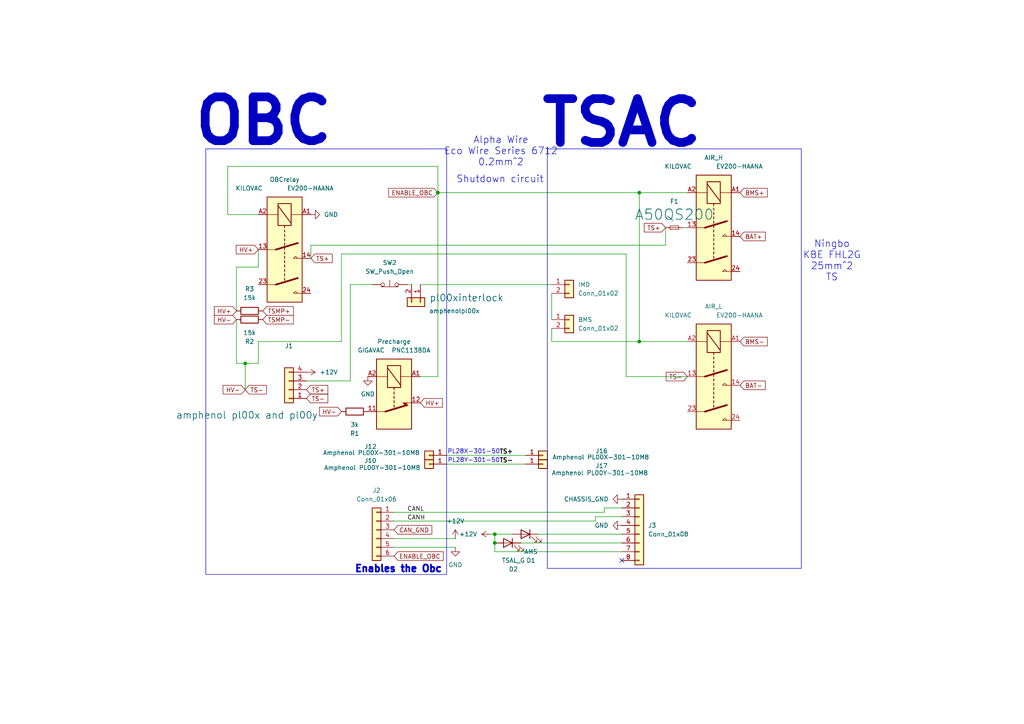
<source format=kicad_sch>
(kicad_sch (version 20250114) (generator "eeschema") (generator_version "9.0")
  (paper "A4")
  (lib_symbols
    (symbol "Connector_Generic:Conn_01x01" (pin_names (offset 1.016) (hide yes))
      (property "Reference" "J" (at 0 2.54 0))
      (property "Value" "Conn_01x01" (at 0 -2.54 0))
      (symbol "Conn_01x01_1_1"
        (rectangle (start -1.27 1.27) (end 1.27 -1.27) (stroke (width 0.254)) (fill (type background)))
        (rectangle (start -1.27 0.127) (end 0 -0.127) (stroke (width 0.1524)))
        (pin passive line (at -5.08 0 0) (length 3.81) (name "Pin_1") (number "1"))
      )
    )
    (symbol "Connector_Generic:Conn_01x02" (pin_names (offset 1.016) (hide yes))
      (property "Reference" "J" (at 0 2.54 0))
      (property "Value" "Conn_01x02" (at 0 -5.08 0))
      (symbol "Conn_01x02_1_1"
        (rectangle (start -1.27 1.27) (end 1.27 -3.81) (stroke (width 0.254)) (fill (type background)))
        (rectangle (start -1.27 0.127) (end 0 -0.127) (stroke (width 0.1524)))
        (rectangle (start -1.27 -2.413) (end 0 -2.667) (stroke (width 0.1524)))
        (pin passive line (at -5.08 0 0) (length 3.81) (name "Pin_1") (number "1"))
        (pin passive line (at -5.08 -2.54 0) (length 3.81) (name "Pin_2") (number "2"))
      )
    )
    (symbol "Connector_Generic:Conn_01x04" (pin_names (offset 1.016) (hide yes))
      (property "Reference" "J" (at 0 5.08 0))
      (property "Value" "Conn_01x04" (at 0 -7.62 0))
      (symbol "Conn_01x04_1_1"
        (rectangle (start -1.27 3.81) (end 1.27 -6.35) (stroke (width 0.254)) (fill (type background)))
        (rectangle (start -1.27 2.667) (end 0 2.413) (stroke (width 0.1524)))
        (rectangle (start -1.27 0.127) (end 0 -0.127) (stroke (width 0.1524)))
        (rectangle (start -1.27 -2.413) (end 0 -2.667) (stroke (width 0.1524)))
        (rectangle (start -1.27 -4.953) (end 0 -5.207) (stroke (width 0.1524)))
        (pin passive line (at -5.08 2.54 0) (length 3.81) (name "Pin_1") (number "1"))
        (pin passive line (at -5.08 0 0) (length 3.81) (name "Pin_2") (number "2"))
        (pin passive line (at -5.08 -2.54 0) (length 3.81) (name "Pin_3") (number "3"))
        (pin passive line (at -5.08 -5.08 0) (length 3.81) (name "Pin_4") (number "4"))
      )
    )
    (symbol "Connector_Generic:Conn_01x06" (pin_names (offset 1.016) (hide yes))
      (property "Reference" "J" (at 0 7.62 0))
      (property "Value" "Conn_01x06" (at 0 -10.16 0))
      (symbol "Conn_01x06_1_1"
        (rectangle (start -1.27 6.35) (end 1.27 -8.89) (stroke (width 0.254)) (fill (type background)))
        (rectangle (start -1.27 5.207) (end 0 4.953) (stroke (width 0.1524)))
        (rectangle (start -1.27 2.667) (end 0 2.413) (stroke (width 0.1524)))
        (rectangle (start -1.27 0.127) (end 0 -0.127) (stroke (width 0.1524)))
        (rectangle (start -1.27 -2.413) (end 0 -2.667) (stroke (width 0.1524)))
        (rectangle (start -1.27 -4.953) (end 0 -5.207) (stroke (width 0.1524)))
        (rectangle (start -1.27 -7.493) (end 0 -7.747) (stroke (width 0.1524)))
        (pin passive line (at -5.08 5.08 0) (length 3.81) (name "Pin_1") (number "1"))
        (pin passive line (at -5.08 2.54 0) (length 3.81) (name "Pin_2") (number "2"))
        (pin passive line (at -5.08 0 0) (length 3.81) (name "Pin_3") (number "3"))
        (pin passive line (at -5.08 -2.54 0) (length 3.81) (name "Pin_4") (number "4"))
        (pin passive line (at -5.08 -5.08 0) (length 3.81) (name "Pin_5") (number "5"))
        (pin passive line (at -5.08 -7.62 0) (length 3.81) (name "Pin_6") (number "6"))
      )
    )
    (symbol "Connector_Generic:Conn_01x08" (pin_names (offset 1.016) (hide yes))
      (property "Reference" "J" (at 0 10.16 0))
      (property "Value" "Conn_01x08" (at 0 -12.7 0))
      (symbol "Conn_01x08_1_1"
        (rectangle (start -1.27 8.89) (end 1.27 -11.43) (stroke (width 0.254)) (fill (type background)))
        (rectangle (start -1.27 7.747) (end 0 7.493) (stroke (width 0.1524)))
        (rectangle (start -1.27 5.207) (end 0 4.953) (stroke (width 0.1524)))
        (rectangle (start -1.27 2.667) (end 0 2.413) (stroke (width 0.1524)))
        (rectangle (start -1.27 0.127) (end 0 -0.127) (stroke (width 0.1524)))
        (rectangle (start -1.27 -2.413) (end 0 -2.667) (stroke (width 0.1524)))
        (rectangle (start -1.27 -4.953) (end 0 -5.207) (stroke (width 0.1524)))
        (rectangle (start -1.27 -7.493) (end 0 -7.747) (stroke (width 0.1524)))
        (rectangle (start -1.27 -10.033) (end 0 -10.287) (stroke (width 0.1524)))
        (pin passive line (at -5.08 7.62 0) (length 3.81) (name "Pin_1") (number "1"))
        (pin passive line (at -5.08 5.08 0) (length 3.81) (name "Pin_2") (number "2"))
        (pin passive line (at -5.08 2.54 0) (length 3.81) (name "Pin_3") (number "3"))
        (pin passive line (at -5.08 0 0) (length 3.81) (name "Pin_4") (number "4"))
        (pin passive line (at -5.08 -2.54 0) (length 3.81) (name "Pin_5") (number "5"))
        (pin passive line (at -5.08 -5.08 0) (length 3.81) (name "Pin_6") (number "6"))
        (pin passive line (at -5.08 -7.62 0) (length 3.81) (name "Pin_7") (number "7"))
        (pin passive line (at -5.08 -10.16 0) (length 3.81) (name "Pin_8") (number "8"))
      )
    )
    (symbol "Device:Fuse_Small" (pin_numbers (hide yes)) (pin_names (offset 0.254) (hide yes))
      (property "Reference" "F" (at 0 -1.524 0))
      (property "Value" "Fuse_Small" (at 0 1.524 0))
      (symbol "Fuse_Small_0_1"
        (rectangle (start -1.27 0.508) (end 1.27 -0.508))
        (polyline (pts (xy -1.27 0) (xy 1.27 0)))
      )
      (symbol "Fuse_Small_1_1"
        (pin passive line (at -2.54 0 0) (length 1.27) (name "~") (number "1"))
        (pin passive line (at 2.54 0 180) (length 1.27) (name "~") (number "2"))
      )
    )
    (symbol "Device:LED" (pin_numbers (hide yes)) (pin_names (offset 1.016) (hide yes))
      (property "Reference" "D" (at 0 2.54 0))
      (property "Value" "LED" (at 0 -2.54 0))
      (symbol "LED_0_1"
        (polyline (pts (xy -3.048 -0.762) (xy -4.572 -2.286) (xy -3.81 -2.286) (xy -4.572 -2.286) (xy -4.572 -1.524)))
        (polyline (pts (xy -1.778 -0.762) (xy -3.302 -2.286) (xy -2.54 -2.286) (xy -3.302 -2.286) (xy -3.302 -1.524)))
        (polyline (pts (xy -1.27 0) (xy 1.27 0)))
        (polyline (pts (xy -1.27 -1.27) (xy -1.27 1.27)) (stroke (width 0.254)))
        (polyline (pts (xy 1.27 -1.27) (xy 1.27 1.27) (xy -1.27 0) (xy 1.27 -1.27)) (stroke (width 0.254)))
      )
      (symbol "LED_1_1"
        (pin passive line (at -3.81 0 0) (length 2.54) (name "K") (number "1"))
        (pin passive line (at 3.81 0 180) (length 2.54) (name "A") (number "2"))
      )
    )
    (symbol "Device:R" (pin_numbers (hide yes)) (pin_names (offset 0))
      (property "Reference" "R" (at 2.032 0 90))
      (property "Value" "R" (at 0 0 90))
      (symbol "R_0_1"
        (rectangle (start -1.016 -2.54) (end 1.016 2.54) (stroke (width 0.254)))
      )
      (symbol "R_1_1"
        (pin passive line (at 0 3.81 270) (length 1.27) (name "~") (number "1"))
        (pin passive line (at 0 -3.81 90) (length 1.27) (name "~") (number "2"))
      )
    )
    (symbol "Relay:Relay_DPST-NO"
      (property "Reference" "K" (at 16.51 3.81 0))
      (property "Value" "Relay_DPST-NO" (at 16.51 1.27 0))
      (symbol "Relay_DPST-NO_0_1"
        (rectangle (start -15.24 5.08) (end 15.24 -5.08) (stroke (width 0.254)) (fill (type background)))
        (rectangle (start -13.335 1.905) (end -6.985 -1.905) (stroke (width 0.254)))
        (polyline (pts (xy -12.7 -1.905) (xy -7.62 1.905)) (stroke (width 0.254)))
        (polyline (pts (xy -10.16 5.08) (xy -10.16 1.905)))
        (polyline (pts (xy -10.16 -5.08) (xy -10.16 -1.905)))
        (polyline (pts (xy -6.985 0) (xy -6.35 0)) (stroke (width 0.254)))
        (polyline (pts (xy -5.715 0) (xy -5.08 0)) (stroke (width 0.254)))
        (polyline (pts (xy -4.445 0) (xy -3.81 0)) (stroke (width 0.254)))
        (polyline (pts (xy -3.175 0) (xy -2.54 0)) (stroke (width 0.254)))
        (polyline (pts (xy -1.905 0) (xy -1.27 0)) (stroke (width 0.254)))
        (polyline (pts (xy -0.635 0) (xy 0 0)) (stroke (width 0.254)))
        (polyline (pts (xy 0 -2.54) (xy -1.905 3.81)) (stroke (width 0.508)))
        (polyline (pts (xy 0 -2.54) (xy 0 -5.08)))
        (polyline (pts (xy 0.635 0) (xy 1.27 0)) (stroke (width 0.254)))
        (polyline (pts (xy 1.905 0) (xy 2.54 0)) (stroke (width 0.254)))
        (polyline (pts (xy 2.54 5.08) (xy 2.54 2.54) (xy 1.905 3.175) (xy 2.54 3.81)))
        (polyline (pts (xy 3.175 0) (xy 3.81 0)) (stroke (width 0.254)))
        (polyline (pts (xy 4.445 0) (xy 5.08 0)) (stroke (width 0.254)))
        (polyline (pts (xy 5.715 0) (xy 6.35 0)) (stroke (width 0.254)))
        (polyline (pts (xy 6.985 0) (xy 7.62 0)) (stroke (width 0.254)))
        (polyline (pts (xy 8.255 0) (xy 8.89 0)) (stroke (width 0.254)))
        (polyline (pts (xy 10.16 -2.54) (xy 8.255 3.81)) (stroke (width 0.508)))
        (polyline (pts (xy 10.16 -2.54) (xy 10.16 -5.08)))
        (polyline (pts (xy 12.7 5.08) (xy 12.7 2.54) (xy 12.065 3.175) (xy 12.7 3.81)))
      )
      (symbol "Relay_DPST-NO_1_1"
        (pin passive line (at -10.16 7.62 270) (length 2.54) (name "~") (number "A1"))
        (pin passive line (at -10.16 -7.62 90) (length 2.54) (name "~") (number "A2"))
        (pin passive line (at 0 -7.62 90) (length 2.54) (name "~") (number "13"))
        (pin passive line (at 2.54 7.62 270) (length 2.54) (name "~") (number "14"))
        (pin passive line (at 10.16 -7.62 90) (length 2.54) (name "~") (number "23"))
        (pin passive line (at 12.7 7.62 270) (length 2.54) (name "~") (number "24"))
      )
    )
    (symbol "Relay:Relay_SPST-NC"
      (property "Reference" "K" (at 11.43 3.81 0))
      (property "Value" "Relay_SPST-NC" (at 11.43 1.27 0))
      (symbol "Relay_SPST-NC_0_1"
        (rectangle (start -8.255 1.905) (end -1.905 -1.905) (stroke (width 0.254)))
        (polyline (pts (xy -7.62 -1.905) (xy -2.54 1.905)) (stroke (width 0.254)))
        (polyline (pts (xy -5.08 5.08) (xy -5.08 1.905)))
        (polyline (pts (xy -5.08 -5.08) (xy -5.08 -1.905)))
        (polyline (pts (xy -1.905 0) (xy -1.27 0)) (stroke (width 0.254)))
        (polyline (pts (xy -0.635 0) (xy 0 0)) (stroke (width 0.254)))
        (polyline (pts (xy 0.635 0) (xy 1.27 0)) (stroke (width 0.254)))
        (polyline (pts (xy 1.905 0) (xy 2.54 0)) (stroke (width 0.254)))
        (polyline (pts (xy 2.54 5.08) (xy 2.54 2.54) (xy 3.175 3.175) (xy 2.54 3.81)) (fill (type outline)))
        (polyline (pts (xy 3.175 0) (xy 3.81 0)) (stroke (width 0.254)))
        (polyline (pts (xy 5.08 -2.54) (xy 3.175 3.81)) (stroke (width 0.508)))
        (polyline (pts (xy 5.08 -2.54) (xy 5.08 -5.08)))
      )
      (symbol "Relay_SPST-NC_1_1"
        (rectangle (start -10.16 5.08) (end 10.16 -5.08) (stroke (width 0.254)) (fill (type background)))
        (pin passive line (at -5.08 7.62 270) (length 2.54) (name "~") (number "A1"))
        (pin passive line (at -5.08 -7.62 90) (length 2.54) (name "~") (number "A2"))
        (pin passive line (at 2.54 7.62 270) (length 2.54) (name "~") (number "12"))
        (pin passive line (at 5.08 -7.62 90) (length 2.54) (name "~") (number "11"))
      )
    )
    (symbol "Switch:SW_Push_Open" (pin_numbers (hide yes)) (pin_names (offset 1.016) (hide yes))
      (property "Reference" "SW" (at 0 2.54 0))
      (property "Value" "SW_Push_Open" (at 0 -1.905 0))
      (symbol "SW_Push_Open_0_1"
        (polyline (pts (xy -2.54 -0.635) (xy 2.54 -0.635)))
        (circle (center -2.032 0) (radius 0.508))
        (polyline (pts (xy 0 -0.635) (xy 0 1.27)))
        (circle (center 2.032 0) (radius 0.508))
        (pin passive line (at -5.08 0 0) (length 2.54) (name "A") (number "1"))
      )
      (symbol "SW_Push_Open_1_1"
        (pin passive line (at 5.08 0 180) (length 2.54) (name "B") (number "2"))
      )
    )
    (symbol "power:+12V" (power) (pin_numbers (hide yes)) (pin_names (offset 0) (hide yes))
      (property "Value" "+12V" (at 0 3.556 0))
      (symbol "+12V_0_1"
        (polyline (pts (xy -0.762 1.27) (xy 0 2.54)))
        (polyline (pts (xy 0 2.54) (xy 0.762 1.27)))
        (polyline (pts (xy 0 0) (xy 0 2.54)))
      )
      (symbol "+12V_1_1"
        (pin power_in line (at 0 0 90) (length 0) (name "~") (number "1"))
      )
    )
    (symbol "power:GND" (power) (pin_numbers (hide yes)) (pin_names (offset 0) (hide yes))
      (property "Value" "GND" (at 0 -3.81 0))
      (symbol "GND_0_1"
        (polyline (pts (xy 0 0) (xy 0 -1.27) (xy 1.27 -1.27) (xy 0 -2.54) (xy -1.27 -1.27) (xy 0 -1.27)))
      )
      (symbol "GND_1_1"
        (pin power_in line (at 0 0 270) (length 0) (name "~") (number "1"))
      )
    )
  )
  (rectangle (start 59.69 43.18) (end 129.54 166.624))
  (rectangle (start 158.75 43.18) (end 232.41 164.846))
  (text "Shutdown circuit" (at 145.034 52.07 0) (effects (font (size 2 2))))
  (text "PL28Y-301-50" (at 137.414 133.604 0) (effects (font (size 1.27 1.27))))
  (text "PL28X-301-50" (at 137.414 131.064 0) (effects (font (size 1.27 1.27))))
  (text "TSAC" (at 180.34 35.814 0) (effects (font (size 12.7 12.7) (thickness 2.54) (bold yes))))
  (text "Ningbo\nKBE FHL2G\n25mm^2\nTS" (at 241.3 75.692 0) (effects (font (size 2 2))))
  (text "Alpha Wire\nEco Wire Series 6712\n0.2mm^2" (at 145.288 43.942 0) (effects (font (size 2 2))))
  (text "Enables the Obc" (at 115.57 165.1 0) (effects (font (size 2 2) (thickness 0.625))))
  (text "OBC" (at 76.454 35.306 0) (effects (font (size 12.7 12.7) (thickness 2.54) (bold yes))))
  (junction (at 143.51 157.48))
  (junction (at 127 55.88))
  (junction (at 71.12 105.41))
  (junction (at 185.42 55.88))
  (junction (at 143.51 154.94))
  (junction (at 185.42 99.06))
  (no_connect (at 180.34 162.56))
  (wire (pts (xy 180.34 160.02) (xy 143.51 160.02)))
  (wire (pts (xy 114.3 148.59) (xy 175.26 148.59)))
  (wire (pts (xy 114.3 158.75) (xy 132.08 158.75)))
  (wire (pts (xy 90.17 74.93) (xy 90.17 71.12)))
  (wire (pts (xy 66.04 48.26) (xy 66.04 62.23)))
  (wire (pts (xy 114.3 156.21) (xy 132.08 156.21)))
  (wire (pts (xy 90.17 71.12) (xy 193.04 71.12)))
  (wire (pts (xy 101.6 82.55) (xy 101.6 110.49)))
  (wire (pts (xy 68.58 105.41) (xy 71.12 105.41)))
  (wire (pts (xy 74.93 105.41) (xy 71.12 105.41)))
  (wire (pts (xy 68.58 92.71) (xy 68.58 105.41)))
  (wire (pts (xy 143.51 160.02) (xy 143.51 157.48)))
  (wire (pts (xy 185.42 99.06) (xy 199.39 99.06)))
  (wire (pts (xy 156.21 154.94) (xy 180.34 154.94)))
  (wire (pts (xy 121.92 82.55) (xy 160.02 82.55)))
  (wire (pts (xy 101.6 82.55) (xy 107.95 82.55)))
  (wire (pts (xy 175.26 148.59) (xy 175.26 147.32)))
  (wire (pts (xy 193.04 71.12) (xy 193.04 66.04)))
  (wire (pts (xy 129.54 134.62) (xy 152.4 134.62)))
  (wire (pts (xy 180.34 149.86) (xy 172.72 149.86)))
  (wire (pts (xy 68.58 90.17) (xy 68.58 77.47)))
  (wire (pts (xy 129.54 132.08) (xy 152.4 132.08)))
  (wire (pts (xy 99.06 99.06) (xy 74.93 99.06)))
  (wire (pts (xy 127 55.88) (xy 127 109.22)))
  (wire (pts (xy 181.61 73.66) (xy 99.06 73.66)))
  (wire (pts (xy 127 55.88) (xy 127 48.26)))
  (wire (pts (xy 160.02 95.25) (xy 160.02 99.06)))
  (wire (pts (xy 121.92 109.22) (xy 127 109.22)))
  (wire (pts (xy 143.51 154.94) (xy 148.59 154.94)))
  (wire (pts (xy 68.58 77.47) (xy 74.93 77.47)))
  (wire (pts (xy 66.04 62.23) (xy 74.93 62.23)))
  (wire (pts (xy 160.02 99.06) (xy 185.42 99.06)))
  (wire (pts (xy 99.06 73.66) (xy 99.06 99.06)))
  (wire (pts (xy 199.39 109.22) (xy 181.61 109.22)))
  (wire (pts (xy 198.12 66.04) (xy 199.39 66.04)))
  (wire (pts (xy 172.72 149.86) (xy 172.72 151.13)))
  (wire (pts (xy 175.26 147.32) (xy 180.34 147.32)))
  (wire (pts (xy 185.42 55.88) (xy 199.39 55.88)))
  (wire (pts (xy 118.11 82.55) (xy 119.38 82.55)))
  (wire (pts (xy 143.51 154.94) (xy 143.51 157.48)))
  (wire (pts (xy 160.02 85.09) (xy 160.02 92.71)))
  (wire (pts (xy 127 48.26) (xy 66.04 48.26)))
  (wire (pts (xy 88.9 110.49) (xy 101.6 110.49)))
  (wire (pts (xy 74.93 72.39) (xy 74.93 77.47)))
  (wire (pts (xy 185.42 55.88) (xy 185.42 99.06)))
  (wire (pts (xy 74.93 99.06) (xy 74.93 105.41)))
  (wire (pts (xy 71.12 105.41) (xy 71.12 113.03)))
  (wire (pts (xy 142.24 154.94) (xy 143.51 154.94)))
  (wire (pts (xy 172.72 151.13) (xy 114.3 151.13)))
  (wire (pts (xy 181.61 109.22) (xy 181.61 73.66)))
  (wire (pts (xy 151.13 157.48) (xy 180.34 157.48)))
  (wire (pts (xy 127 55.88) (xy 185.42 55.88)))
  (label "CANL" (at 118.11 148.59 0))
  (label "TS-" (at 144.78 134.62 0) (effects (font (thickness 0.254) (bold yes))))
  (label "TS+" (at 144.78 132.08 0) (effects (font (thickness 0.254) (bold yes))))
  (label "CANH" (at 118.11 151.13 0))
  (global_label "BMS+" (shape input) (at 214.63 55.88 0) (property "Intersheetrefs" "${INTERSHEET_REFS}" (effects (hide yes))))
  (global_label "CAN_GND" (shape input) (at 114.3 153.67 0) (property "Intersheetrefs" "${INTERSHEET_REFS}" (effects (hide yes))))
  (global_label "HV+" (shape input) (at 74.93 72.39 180) (property "Intersheetrefs" "${INTERSHEET_REFS}" (effects (hide yes))))
  (global_label "TS-" (shape input) (at 71.12 113.03 0) (property "Intersheetrefs" "${INTERSHEET_REFS}" (effects (hide yes))))
  (global_label "TSMP-" (shape input) (at 76.2 92.71 0) (property "Intersheetrefs" "${INTERSHEET_REFS}" (effects (hide yes))))
  (global_label "TS-" (shape input) (at 88.9 115.57 0) (property "Intersheetrefs" "${INTERSHEET_REFS}" (effects (hide yes))))
  (global_label "ENABLE_OBC" (shape input) (at 114.3 161.29 0) (property "Intersheetrefs" "${INTERSHEET_REFS}" (effects (hide yes))))
  (global_label "TS+" (shape input) (at 193.04 66.04 180) (property "Intersheetrefs" "${INTERSHEET_REFS}" (effects (hide yes))))
  (global_label "HV+" (shape input) (at 121.92 116.84 0) (property "Intersheetrefs" "${INTERSHEET_REFS}" (effects (hide yes))))
  (global_label "TS-" (shape input) (at 199.39 109.22 180) (property "Intersheetrefs" "${INTERSHEET_REFS}" (effects (hide yes))))
  (global_label "HV-" (shape input) (at 71.12 113.03 180) (property "Intersheetrefs" "${INTERSHEET_REFS}" (effects (hide yes))))
  (global_label "HV-" (shape input) (at 68.58 92.71 180) (property "Intersheetrefs" "${INTERSHEET_REFS}" (effects (hide yes))))
  (global_label "TS+" (shape input) (at 90.17 74.93 0) (property "Intersheetrefs" "${INTERSHEET_REFS}" (effects (hide yes))))
  (global_label "ENABLE_OBC" (shape input) (at 127 55.88 180) (property "Intersheetrefs" "${INTERSHEET_REFS}" (effects (hide yes))))
  (global_label "HV-" (shape input) (at 99.06 119.38 180) (property "Intersheetrefs" "${INTERSHEET_REFS}" (effects (hide yes))))
  (global_label "BAT+" (shape input) (at 214.63 68.58 0) (property "Intersheetrefs" "${INTERSHEET_REFS}" (effects (hide yes))))
  (global_label "TS+" (shape input) (at 88.9 113.03 0) (property "Intersheetrefs" "${INTERSHEET_REFS}" (effects (hide yes))))
  (global_label "TSMP+" (shape input) (at 76.2 90.17 0) (property "Intersheetrefs" "${INTERSHEET_REFS}" (effects (hide yes))))
  (global_label "HV+" (shape input) (at 68.58 90.17 180) (property "Intersheetrefs" "${INTERSHEET_REFS}" (effects (hide yes))))
  (global_label "BMS-" (shape input) (at 214.63 99.06 0) (property "Intersheetrefs" "${INTERSHEET_REFS}" (effects (hide yes))))
  (global_label "BAT-" (shape input) (at 214.63 111.76 0) (property "Intersheetrefs" "${INTERSHEET_REFS}" (effects (hide yes))))
  (symbol (lib_id "power:GND") (at 132.08 158.75 0) (unit 1)
    (property "Reference" "#PWR04" (effects (hide yes)))
    (property "Value" "GND" (at 132.08 163.83 0))
    (property "Description" "Power symbol creates a global label with name \"GND\" , ground" (effects (hide yes)))
  )
  (symbol (lib_id "Relay:Relay_DPST-NO") (at 82.55 72.39 270) (unit 1)
    (property "Reference" "OBCrelay" (at 82.55 52.07 90))
    (property "Value" "KILOVAC 	EV200-HAANA" (at 82.55 54.61 90))
    (property "Description" "Relay DPST, monostable, normally open, EN50005" (effects (hide yes)))
  )
  (symbol (lib_id "power:+12V") (at 142.24 154.94 90) (unit 1)
    (property "Reference" "#PWR07" (effects (hide yes)))
    (property "Value" "+12V" (at 138.43 154.9399 90) (effects (justify left)))
    (property "Description" "Power symbol creates a global label with name \"+12V\"" (effects (hide yes)))
  )
  (symbol (lib_id "Device:R") (at 72.39 92.71 270) (unit 1)
    (property "Reference" "R2" (at 72.39 99.06 90))
    (property "Value" "15k" (at 72.39 96.52 90))
    (property "Description" "Resistor" (effects (hide yes)))
  )
  (symbol (lib_id "Connector_Generic:Conn_01x01") (at 157.48 132.08 0) (unit 1)
    (property "Reference" "J16" (at 174.498 130.81 0))
    (property "Value" "Amphenol PL00X-301-10M8" (at 174.244 132.588 0))
    (property "Description" "Generic connector, single row, 01x01, script generated (kicad-library-utils/schlib/autogen/connector/)" (effects (hide yes)))
  )
  (symbol (lib_id "Device:LED") (at 152.4 154.94 0) (mirror y) (unit 1)
    (property "Reference" "D1" (at 153.9875 162.56 0))
    (property "Value" "AMS" (at 153.9875 160.02 0))
    (property "Description" "Light emitting diode" (effects (hide yes)))
    (property "Sim.Pins" "1=K 2=A" (effects (hide yes)))
  )
  (symbol (lib_id "Connector_Generic:Conn_01x02") (at 165.1 82.55 0) (unit 1)
    (property "Reference" "IMD" (at 167.64 82.5499 0) (effects (justify left)))
    (property "Value" "Conn_01x02" (at 167.64 85.0899 0) (effects (justify left)))
    (property "Description" "Generic connector, single row, 01x02, script generated (kicad-library-utils/schlib/autogen/connector/)" (effects (hide yes)))
  )
  (symbol (lib_id "power:+12V") (at 132.08 156.21 0) (unit 1)
    (property "Reference" "#PWR02" (effects (hide yes)))
    (property "Value" "+12V" (at 132.08 151.13 0))
    (property "Description" "Power symbol creates a global label with name \"+12V\"" (effects (hide yes)))
  )
  (symbol (lib_id "Device:LED") (at 147.32 157.48 0) (mirror y) (unit 1)
    (property "Reference" "D2" (at 148.9075 165.1 0))
    (property "Value" "TSAL_G" (at 148.9075 162.56 0))
    (property "Description" "Light emitting diode" (effects (hide yes)))
    (property "Sim.Pins" "1=K 2=A" (effects (hide yes)))
  )
  (symbol (lib_id "Device:Fuse_Small") (at 195.58 66.04 0) (unit 1)
    (property "Reference" "F1" (at 195.58 58.42 0))
    (property "Value" "A50QS200" (at 195.58 62.23 0) (effects (font (size 3 3))))
    (property "Description" "Fuse, small symbol" (effects (hide yes)))
  )
  (symbol (lib_id "power:GND") (at 90.17 62.23 90) (unit 1)
    (property "Reference" "#PWR03" (effects (hide yes)))
    (property "Value" "GND" (at 93.98 62.2299 90) (effects (justify right)))
    (property "Description" "Power symbol creates a global label with name \"GND\" , ground" (effects (hide yes)))
  )
  (symbol (lib_id "Connector_Generic:Conn_01x01") (at 124.46 134.62 0) (mirror y) (unit 1)
    (property "Reference" "J10" (at 107.442 133.604 0))
    (property "Value" "Amphenol PL00Y-301-10M8" (at 107.95 135.636 0))
    (property "Description" "Generic connector, single row, 01x01, script generated (kicad-library-utils/schlib/autogen/connector/)" (effects (hide yes)))
  )
  (symbol (lib_id "power:GND") (at 180.34 144.78 270) (unit 1)
    (property "Reference" "#PWR05" (effects (hide yes)))
    (property "Value" "CHASSIS_GND" (at 176.53 144.7799 90) (effects (justify right)))
    (property "Description" "Power symbol creates a global label with name \"GND\" , ground" (effects (hide yes)))
  )
  (symbol (lib_id "Relay:Relay_DPST-NO") (at 207.01 66.04 270) (unit 1)
    (property "Reference" "AIR_H" (at 207.01 45.72 90))
    (property "Value" "KILOVAC 	EV200-HAANA" (at 207.01 48.26 90))
    (property "Description" "Relay DPST, monostable, normally open, EN50005" (effects (hide yes)))
  )
  (symbol (lib_id "Relay:Relay_SPST-NC") (at 114.3 114.3 270) (unit 1)
    (property "Reference" "Precharge" (at 114.3 99.06 90))
    (property "Value" "GIGAVAC	PNC113BDA" (at 114.3 101.6 90))
    (property "Description" "Relay SPST, normally closed, EN50005" (effects (hide yes)))
  )
  (symbol (lib_id "Connector_Generic:Conn_01x06") (at 109.22 153.67 0) (mirror y) (unit 1)
    (property "Reference" "J2" (at 109.22 142.24 0))
    (property "Value" "Conn_01x06" (at 109.22 144.78 0))
    (property "Description" "Generic connector, single row, 01x06, script generated (kicad-library-utils/schlib/autogen/connector/)" (effects (hide yes)))
  )
  (symbol (lib_id "Device:R") (at 102.87 119.38 270) (unit 1)
    (property "Reference" "R1" (at 102.87 125.73 90))
    (property "Value" "3k" (at 102.87 123.19 90))
    (property "Description" "Resistor" (effects (hide yes)))
  )
  (symbol (lib_id "power:GND") (at 180.34 152.4 270) (unit 1)
    (property "Reference" "#PWR06" (effects (hide yes)))
    (property "Value" "GND" (at 176.53 152.3999 90) (effects (justify right)))
    (property "Description" "Power symbol creates a global label with name \"GND\" , ground" (effects (hide yes)))
  )
  (symbol (lib_id "Relay:Relay_DPST-NO") (at 207.01 109.22 270) (unit 1)
    (property "Reference" "AIR_L" (at 207.01 88.9 90))
    (property "Value" "KILOVAC 	EV200-HAANA" (at 207.01 91.44 90))
    (property "Description" "Relay DPST, monostable, normally open, EN50005" (effects (hide yes)))
  )
  (symbol (lib_id "power:GND") (at 106.68 109.22 0) (unit 1)
    (property "Reference" "#PWR08" (effects (hide yes)))
    (property "Value" "GND" (at 106.68 114.3 0))
    (property "Description" "Power symbol creates a global label with name \"GND\" , ground" (effects (hide yes)))
  )
  (symbol (lib_id "Connector_Generic:Conn_01x08") (at 185.42 152.4 0) (unit 1)
    (property "Reference" "J3" (at 187.96 152.3999 0) (effects (justify left)))
    (property "Value" "Conn_01x08" (at 187.96 154.9399 0) (effects (justify left)))
    (property "Description" "Generic connector, single row, 01x08, script generated (kicad-library-utils/schlib/autogen/connector/)" (effects (hide yes)))
  )
  (symbol (lib_id "Switch:SW_Push_Open") (at 113.03 82.55 0) (unit 1)
    (property "Reference" "SW2" (at 113.03 76.2 0))
    (property "Value" "SW_Push_Open" (at 113.03 78.74 0))
    (property "Description" "Push button switch, push-to-open, generic, two pins" (effects (hide yes)))
  )
  (symbol (lib_id "Connector_Generic:Conn_01x02") (at 121.92 87.63 270) (unit 1)
    (property "Reference" "pl00xinterlock" (at 124.46 86.3599 90) (effects (font (size 2 2)) (justify left)))
    (property "Value" "amphenolpl00x" (at 124.46 90.1699 90) (effects (justify left)))
    (property "Description" "Generic connector, single row, 01x02, script generated (kicad-library-utils/schlib/autogen/connector/)" (effects (hide yes)))
  )
  (symbol (lib_id "Connector_Generic:Conn_01x01") (at 157.48 134.62 0) (unit 1)
    (property "Reference" "J17" (at 174.498 135.128 0))
    (property "Value" "Amphenol PL00Y-301-10M8" (at 173.99 137.16 0))
    (property "Description" "Generic connector, single row, 01x01, script generated (kicad-library-utils/schlib/autogen/connector/)" (effects (hide yes)))
  )
  (symbol (lib_id "Connector_Generic:Conn_01x02") (at 165.1 92.71 0) (unit 1)
    (property "Reference" "BMS" (at 167.64 92.7099 0) (effects (justify left)))
    (property "Value" "Conn_01x02" (at 167.64 95.2499 0) (effects (justify left)))
    (property "Description" "Generic connector, single row, 01x02, script generated (kicad-library-utils/schlib/autogen/connector/)" (effects (hide yes)))
  )
  (symbol (lib_id "power:+12V") (at 88.9 107.95 270) (unit 1)
    (property "Reference" "#PWR01" (effects (hide yes)))
    (property "Value" "+12V" (at 92.71 107.9499 90) (effects (justify left)))
    (property "Description" "Power symbol creates a global label with name \"+12V\"" (effects (hide yes)))
  )
  (symbol (lib_id "Connector_Generic:Conn_01x01") (at 124.46 132.08 0) (mirror y) (unit 1)
    (property "Reference" "J12" (at 107.442 129.54 0))
    (property "Value" "Amphenol PL00X-301-10M8" (at 107.696 131.318 0))
    (property "Description" "Generic connector, single row, 01x01, script generated (kicad-library-utils/schlib/autogen/connector/)" (effects (hide yes)))
  )
  (symbol (lib_id "Connector_Generic:Conn_01x04") (at 83.82 113.03 180) (unit 1)
    (property "Reference" "J1" (at 83.82 100.33 0))
    (property "Value" "amphenol pl00x and pl00y" (at 71.628 120.396 0) (effects (font (size 2 2))))
    (property "Description" "Generic connector, single row, 01x04, script generated (kicad-library-utils/schlib/autogen/connector/)" (effects (hide yes)))
  )
  (symbol (lib_id "Device:R") (at 72.39 90.17 270) (mirror x) (unit 1)
    (property "Reference" "R3" (at 72.39 83.82 90))
    (property "Value" "15k" (at 72.39 86.36 90))
    (property "Description" "Resistor" (effects (hide yes)))
  )
)
</source>
